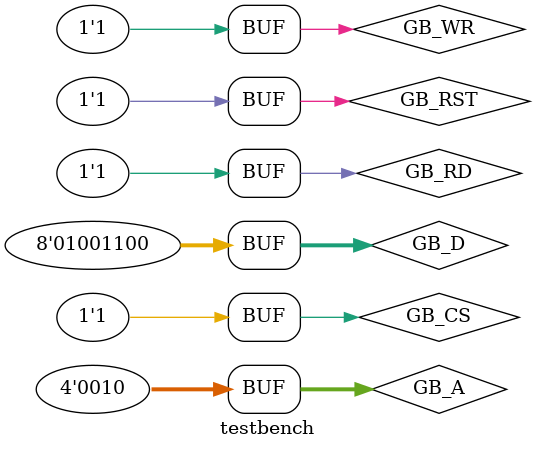
<source format=v>
`timescale 1ns / 1ps


module testbench;

	// Inputs
	reg [15:12] GB_A;
	reg [7:0] GB_D;
	reg GB_CS;
	reg GB_WR;
	reg GB_RD;
	reg GB_RST;

	// Outputs
	wire [22:14] ROM_A;
	wire [16:13] RAM_A;
	wire ROM_CS;
	wire RAM_CS;
	wire DDIR;
	wire DEBUG;

	// Instantiate the Unit Under Test (UUT)
	top uut (
		.GB_A(GB_A), 
		.GB_D(GB_D), 
		.GB_CS(GB_CS), 
		.GB_WR(GB_WR), 
		.GB_RD(GB_RD), 
		.GB_RST(GB_RST), 
		.ROM_A(ROM_A), 
		.RAM_A(RAM_A), 
		.ROM_CS(ROM_CS), 
		.RAM_CS(RAM_CS), 
		.DDIR(DDIR), 
		.DEBUG(DEBUG)
	);

	initial begin
		// Initialize Inputs
		GB_A = 0;
		GB_D = 0;
		GB_CS = 1;
		GB_WR = 1;
		GB_RD = 1;
		GB_RST = 0;

		// Wait 100 ns for global reset to finish
		#100;
		
		GB_RST = 1;
        
		// Add stimulus here
		GB_A[15:12] = 4'h02;
		GB_D[7:0] = 8'h4C;
		#10;
		GB_WR = 0;
		#10;
		GB_WR = 1;
		#10;
		

	end
      
endmodule


</source>
